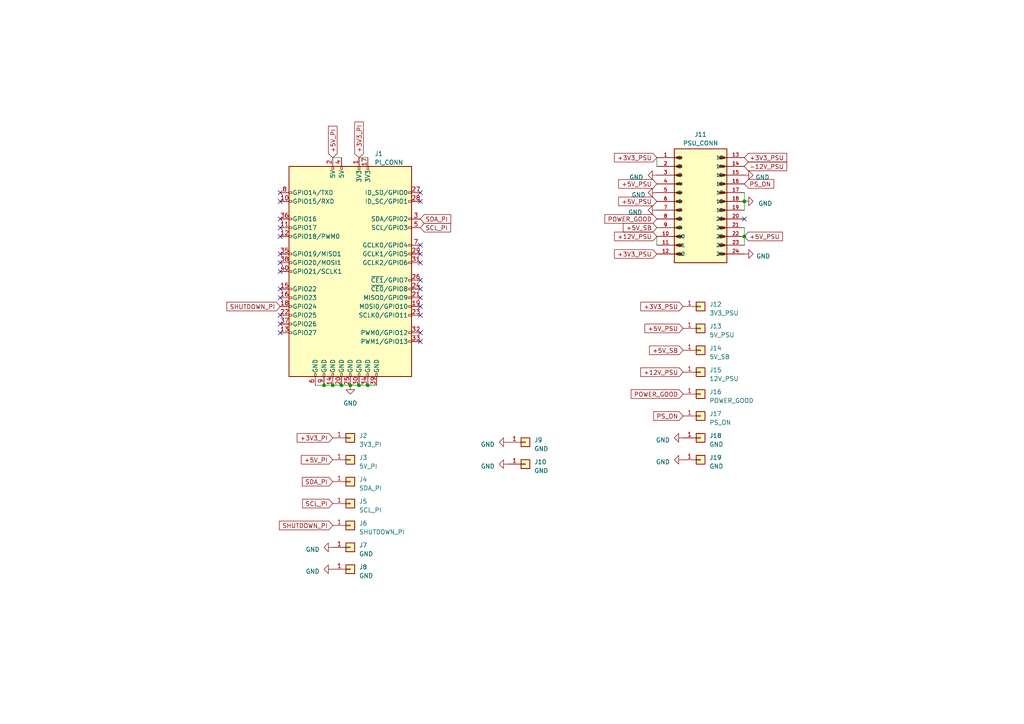
<source format=kicad_sch>
(kicad_sch (version 20230121) (generator eeschema)
  (paper "A4")
  (title_block (title "ATX-PSU-ProtoHAT-0011") (date "2023-05-28") (rev "1.1") (company "(c) 2023 Andriy Golovnya") (comment 1 "ATX PSU Protoboard"))
  (lib_symbols
    (symbol "462071024:462071024" (pin_names (offset 1.016))
      (property "Reference" "J" (at -7.62 16.51 0))
      (property "Value" "462071024" (at -7.62 -20.32 0))
      (symbol "462071024_0_0"
        (rectangle (start -7.62 -17.78) (end 7.62 15.24) (stroke (width 0.254)) (fill (type background)))
        (rectangle (start -6.985 -15.5575) (end -5.3975 -14.9225) (stroke (width 0.1)) (fill (type outline)))
        (rectangle (start -6.985 -13.0175) (end -5.3975 -12.3825) (stroke (width 0.1)) (fill (type outline)))
        (rectangle (start -6.985 -10.4775) (end -5.3975 -9.8425) (stroke (width 0.1)) (fill (type outline)))
        (rectangle (start -6.985 -7.9375) (end -5.3975 -7.3025) (stroke (width 0.1)) (fill (type outline)))
        (rectangle (start -6.985 -5.3975) (end -5.3975 -4.7625) (stroke (width 0.1)) (fill (type outline)))
        (rectangle (start -6.985 -2.8575) (end -5.3975 -2.2225) (stroke (width 0.1)) (fill (type outline)))
        (rectangle (start -6.985 -0.3175) (end -5.3975 0.3175) (stroke (width 0.1)) (fill (type outline)))
        (rectangle (start -6.985 2.2225) (end -5.3975 2.8575) (stroke (width 0.1)) (fill (type outline)))
        (rectangle (start -6.985 4.7625) (end -5.3975 5.3975) (stroke (width 0.1)) (fill (type outline)))
        (rectangle (start -6.985 7.3025) (end -5.3975 7.9375) (stroke (width 0.1)) (fill (type outline)))
        (rectangle (start -6.985 9.8425) (end -5.3975 10.4775) (stroke (width 0.1)) (fill (type outline)))
        (rectangle (start -6.985 12.3825) (end -5.3975 13.0175) (stroke (width 0.1)) (fill (type outline)))
        (polyline (pts (xy -7.62 -15.24) (xy -5.715 -15.24)) (stroke (width 0.254)))
        (polyline (pts (xy -7.62 -12.7) (xy -5.715 -12.7)) (stroke (width 0.254)))
        (polyline (pts (xy -7.62 -10.16) (xy -5.715 -10.16)) (stroke (width 0.254)))
        (polyline (pts (xy -7.62 -7.62) (xy -5.715 -7.62)) (stroke (width 0.254)))
        (polyline (pts (xy -7.62 -5.08) (xy -5.715 -5.08)) (stroke (width 0.254)))
        (polyline (pts (xy -7.62 -2.54) (xy -5.715 -2.54)) (stroke (width 0.254)))
        (polyline (pts (xy -7.62 0) (xy -5.715 0)) (stroke (width 0.254)))
        (polyline (pts (xy -7.62 2.54) (xy -5.715 2.54)) (stroke (width 0.254)))
        (polyline (pts (xy -7.62 5.08) (xy -5.715 5.08)) (stroke (width 0.254)))
        (polyline (pts (xy -7.62 7.62) (xy -5.715 7.62)) (stroke (width 0.254)))
        (polyline (pts (xy -7.62 10.16) (xy -5.715 10.16)) (stroke (width 0.254)))
        (polyline (pts (xy -7.62 12.7) (xy -5.715 12.7)) (stroke (width 0.254)))
        (polyline (pts (xy 7.62 -15.24) (xy 5.715 -15.24)) (stroke (width 0.254)))
        (polyline (pts (xy 7.62 -12.7) (xy 5.715 -12.7)) (stroke (width 0.254)))
        (polyline (pts (xy 7.62 -10.16) (xy 5.715 -10.16)) (stroke (width 0.254)))
        (polyline (pts (xy 7.62 -7.62) (xy 5.715 -7.62)) (stroke (width 0.254)))
        (polyline (pts (xy 7.62 -5.08) (xy 5.715 -5.08)) (stroke (width 0.254)))
        (polyline (pts (xy 7.62 -2.54) (xy 5.715 -2.54)) (stroke (width 0.254)))
        (polyline (pts (xy 7.62 0) (xy 5.715 0)) (stroke (width 0.254)))
        (polyline (pts (xy 7.62 2.54) (xy 5.715 2.54)) (stroke (width 0.254)))
        (polyline (pts (xy 7.62 5.08) (xy 5.715 5.08)) (stroke (width 0.254)))
        (polyline (pts (xy 7.62 7.62) (xy 5.715 7.62)) (stroke (width 0.254)))
        (polyline (pts (xy 7.62 10.16) (xy 5.715 10.16)) (stroke (width 0.254)))
        (polyline (pts (xy 7.62 12.7) (xy 5.715 12.7)) (stroke (width 0.254)))
        (rectangle (start 5.3975 -15.5575) (end 6.985 -14.9225) (stroke (width 0.1)) (fill (type outline)))
        (rectangle (start 5.3975 -13.0175) (end 6.985 -12.3825) (stroke (width 0.1)) (fill (type outline)))
        (rectangle (start 5.3975 -10.4775) (end 6.985 -9.8425) (stroke (width 0.1)) (fill (type outline)))
        (rectangle (start 5.3975 -7.9375) (end 6.985 -7.3025) (stroke (width 0.1)) (fill (type outline)))
        (rectangle (start 5.3975 -5.3975) (end 6.985 -4.7625) (stroke (width 0.1)) (fill (type outline)))
        (rectangle (start 5.3975 -2.8575) (end 6.985 -2.2225) (stroke (width 0.1)) (fill (type outline)))
        (rectangle (start 5.3975 -0.3175) (end 6.985 0.3175) (stroke (width 0.1)) (fill (type outline)))
        (rectangle (start 5.3975 2.2225) (end 6.985 2.8575) (stroke (width 0.1)) (fill (type outline)))
        (rectangle (start 5.3975 4.7625) (end 6.985 5.3975) (stroke (width 0.1)) (fill (type outline)))
        (rectangle (start 5.3975 7.3025) (end 6.985 7.9375) (stroke (width 0.1)) (fill (type outline)))
        (rectangle (start 5.3975 9.8425) (end 6.985 10.4775) (stroke (width 0.1)) (fill (type outline)))
        (rectangle (start 5.3975 12.3825) (end 6.985 13.0175) (stroke (width 0.1)) (fill (type outline)))
        (pin passive line (at -12.7 12.7 0) (length 5.08) (name "1") (number "1"))
        (pin passive line (at -12.7 -10.16 0) (length 5.08) (name "10") (number "10"))
        (pin passive line (at -12.7 -12.7 0) (length 5.08) (name "11") (number "11"))
        (pin passive line (at -12.7 -15.24 0) (length 5.08) (name "12") (number "12"))
        (pin passive line (at 12.7 12.7 180) (length 5.08) (name "13") (number "13"))
        (pin passive line (at 12.7 10.16 180) (length 5.08) (name "14") (number "14"))
        (pin passive line (at 12.7 7.62 180) (length 5.08) (name "15") (number "15"))
        (pin passive line (at 12.7 5.08 180) (length 5.08) (name "16") (number "16"))
        (pin passive line (at 12.7 2.54 180) (length 5.08) (name "17") (number "17"))
        (pin passive line (at 12.7 0 180) (length 5.08) (name "18") (number "18"))
        (pin passive line (at 12.7 -2.54 180) (length 5.08) (name "19") (number "19"))
        (pin passive line (at -12.7 10.16 0) (length 5.08) (name "2") (number "2"))
        (pin passive line (at 12.7 -5.08 180) (length 5.08) (name "20") (number "20"))
        (pin passive line (at 12.7 -7.62 180) (length 5.08) (name "21") (number "21"))
        (pin passive line (at 12.7 -10.16 180) (length 5.08) (name "22") (number "22"))
        (pin passive line (at 12.7 -12.7 180) (length 5.08) (name "23") (number "23"))
        (pin passive line (at 12.7 -15.24 180) (length 5.08) (name "24") (number "24"))
        (pin passive line (at -12.7 7.62 0) (length 5.08) (name "3") (number "3"))
        (pin passive line (at -12.7 5.08 0) (length 5.08) (name "4") (number "4"))
        (pin passive line (at -12.7 2.54 0) (length 5.08) (name "5") (number "5"))
        (pin passive line (at -12.7 0 0) (length 5.08) (name "6") (number "6"))
        (pin passive line (at -12.7 -2.54 0) (length 5.08) (name "7") (number "7"))
        (pin passive line (at -12.7 -5.08 0) (length 5.08) (name "8") (number "8"))
        (pin passive line (at -12.7 -7.62 0) (length 5.08) (name "9") (number "9"))
      )
    )
    (symbol "Connector:Raspberry_Pi_2_3" (pin_names (offset 1.016))
      (property "Reference" "J" (at -17.78 31.75 0))
      (property "Value" "Raspberry_Pi_2_3" (at 10.16 -31.75 0))
      (symbol "Raspberry_Pi_2_3_0_1"
        (rectangle (start -17.78 30.48) (end 17.78 -30.48) (stroke (width 0.254)) (fill (type background)))
      )
      (symbol "Raspberry_Pi_2_3_1_1"
        (rectangle (start -16.891 -17.526) (end -17.78 -18.034))
        (rectangle (start -16.891 -14.986) (end -17.78 -15.494))
        (rectangle (start -16.891 -12.446) (end -17.78 -12.954))
        (rectangle (start -16.891 -9.906) (end -17.78 -10.414))
        (rectangle (start -16.891 -7.366) (end -17.78 -7.874))
        (rectangle (start -16.891 -4.826) (end -17.78 -5.334))
        (rectangle (start -16.891 0.254) (end -17.78 -0.254))
        (rectangle (start -16.891 2.794) (end -17.78 2.286))
        (rectangle (start -16.891 5.334) (end -17.78 4.826))
        (rectangle (start -16.891 10.414) (end -17.78 9.906))
        (rectangle (start -16.891 12.954) (end -17.78 12.446))
        (rectangle (start -16.891 15.494) (end -17.78 14.986))
        (rectangle (start -16.891 20.574) (end -17.78 20.066))
        (rectangle (start -16.891 23.114) (end -17.78 22.606))
        (rectangle (start -10.414 -29.591) (end -9.906 -30.48))
        (rectangle (start -7.874 -29.591) (end -7.366 -30.48))
        (rectangle (start -5.334 -29.591) (end -4.826 -30.48))
        (rectangle (start -5.334 30.48) (end -4.826 29.591))
        (rectangle (start -2.794 -29.591) (end -2.286 -30.48))
        (rectangle (start -2.794 30.48) (end -2.286 29.591))
        (rectangle (start -0.254 -29.591) (end 0.254 -30.48))
        (rectangle (start 2.286 -29.591) (end 2.794 -30.48))
        (rectangle (start 2.286 30.48) (end 2.794 29.591))
        (rectangle (start 4.826 -29.591) (end 5.334 -30.48))
        (rectangle (start 4.826 30.48) (end 5.334 29.591))
        (rectangle (start 7.366 -29.591) (end 7.874 -30.48))
        (rectangle (start 17.78 -20.066) (end 16.891 -20.574))
        (rectangle (start 17.78 -17.526) (end 16.891 -18.034))
        (rectangle (start 17.78 -12.446) (end 16.891 -12.954))
        (rectangle (start 17.78 -9.906) (end 16.891 -10.414))
        (rectangle (start 17.78 -7.366) (end 16.891 -7.874))
        (rectangle (start 17.78 -4.826) (end 16.891 -5.334))
        (rectangle (start 17.78 -2.286) (end 16.891 -2.794))
        (rectangle (start 17.78 2.794) (end 16.891 2.286))
        (rectangle (start 17.78 5.334) (end 16.891 4.826))
        (rectangle (start 17.78 7.874) (end 16.891 7.366))
        (rectangle (start 17.78 12.954) (end 16.891 12.446))
        (rectangle (start 17.78 15.494) (end 16.891 14.986))
        (rectangle (start 17.78 20.574) (end 16.891 20.066))
        (rectangle (start 17.78 23.114) (end 16.891 22.606))
        (pin power_in line (at 2.54 33.02 270) (length 2.54) (name "3V3") (number "1"))
        (pin bidirectional line (at -20.32 20.32 0) (length 2.54) (name "GPIO15/RXD") (number "10"))
        (pin bidirectional line (at -20.32 12.7 0) (length 2.54) (name "GPIO17") (number "11"))
        (pin bidirectional line (at -20.32 10.16 0) (length 2.54) (name "GPIO18/PWM0") (number "12"))
        (pin bidirectional line (at -20.32 -17.78 0) (length 2.54) (name "GPIO27") (number "13"))
        (pin power_in line (at -5.08 -33.02 90) (length 2.54) (name "GND") (number "14"))
        (pin bidirectional line (at -20.32 -5.08 0) (length 2.54) (name "GPIO22") (number "15"))
        (pin bidirectional line (at -20.32 -7.62 0) (length 2.54) (name "GPIO23") (number "16"))
        (pin power_in line (at 5.08 33.02 270) (length 2.54) (name "3V3") (number "17"))
        (pin bidirectional line (at -20.32 -10.16 0) (length 2.54) (name "GPIO24") (number "18"))
        (pin bidirectional line (at 20.32 -10.16 180) (length 2.54) (name "MOSI0/GPIO10") (number "19"))
        (pin power_in line (at -5.08 33.02 270) (length 2.54) (name "5V") (number "2"))
        (pin power_in line (at -2.54 -33.02 90) (length 2.54) (name "GND") (number "20"))
        (pin bidirectional line (at 20.32 -7.62 180) (length 2.54) (name "MISO0/GPIO9") (number "21"))
        (pin bidirectional line (at -20.32 -12.7 0) (length 2.54) (name "GPIO25") (number "22"))
        (pin bidirectional line (at 20.32 -12.7 180) (length 2.54) (name "SCLK0/GPIO11") (number "23"))
        (pin bidirectional line (at 20.32 -5.08 180) (length 2.54) (name "~{CE0}/GPIO8") (number "24"))
        (pin power_in line (at 0 -33.02 90) (length 2.54) (name "GND") (number "25"))
        (pin bidirectional line (at 20.32 -2.54 180) (length 2.54) (name "~{CE1}/GPIO7") (number "26"))
        (pin bidirectional line (at 20.32 22.86 180) (length 2.54) (name "ID_SD/GPIO0") (number "27"))
        (pin bidirectional line (at 20.32 20.32 180) (length 2.54) (name "ID_SC/GPIO1") (number "28"))
        (pin bidirectional line (at 20.32 5.08 180) (length 2.54) (name "GCLK1/GPIO5") (number "29"))
        (pin bidirectional line (at 20.32 15.24 180) (length 2.54) (name "SDA/GPIO2") (number "3"))
        (pin power_in line (at 2.54 -33.02 90) (length 2.54) (name "GND") (number "30"))
        (pin bidirectional line (at 20.32 2.54 180) (length 2.54) (name "GCLK2/GPIO6") (number "31"))
        (pin bidirectional line (at 20.32 -17.78 180) (length 2.54) (name "PWM0/GPIO12") (number "32"))
        (pin bidirectional line (at 20.32 -20.32 180) (length 2.54) (name "PWM1/GPIO13") (number "33"))
        (pin power_in line (at 5.08 -33.02 90) (length 2.54) (name "GND") (number "34"))
        (pin bidirectional line (at -20.32 5.08 0) (length 2.54) (name "GPIO19/MISO1") (number "35"))
        (pin bidirectional line (at -20.32 15.24 0) (length 2.54) (name "GPIO16") (number "36"))
        (pin bidirectional line (at -20.32 -15.24 0) (length 2.54) (name "GPIO26") (number "37"))
        (pin bidirectional line (at -20.32 2.54 0) (length 2.54) (name "GPIO20/MOSI1") (number "38"))
        (pin power_in line (at 7.62 -33.02 90) (length 2.54) (name "GND") (number "39"))
        (pin power_in line (at -2.54 33.02 270) (length 2.54) (name "5V") (number "4"))
        (pin bidirectional line (at -20.32 0 0) (length 2.54) (name "GPIO21/SCLK1") (number "40"))
        (pin bidirectional line (at 20.32 12.7 180) (length 2.54) (name "SCL/GPIO3") (number "5"))
        (pin power_in line (at -10.16 -33.02 90) (length 2.54) (name "GND") (number "6"))
        (pin bidirectional line (at 20.32 7.62 180) (length 2.54) (name "GCLK0/GPIO4") (number "7"))
        (pin bidirectional line (at -20.32 22.86 0) (length 2.54) (name "GPIO14/TXD") (number "8"))
        (pin power_in line (at -7.62 -33.02 90) (length 2.54) (name "GND") (number "9"))
      )
    )
    (symbol "Connector_Generic:Conn_01x01" (pin_names (offset 1.016) hide)
      (property "Reference" "J" (at 0 2.54 0))
      (property "Value" "Conn_01x01" (at 0 -2.54 0))
      (symbol "Conn_01x01_1_1"
        (rectangle (start -1.27 0.127) (end 0 -0.127) (stroke (width 0.1524)))
        (rectangle (start -1.27 1.27) (end 1.27 -1.27) (stroke (width 0.254)) (fill (type background)))
        (pin passive line (at -5.08 0 0) (length 3.81) (name "Pin_1") (number "1"))
      )
    )
    (symbol "power:GND" (power) (pin_names (offset 0))
      (property "Value" "GND" (at 0 -3.81 0))
      (symbol "GND_0_1"
        (polyline (pts (xy 0 0) (xy 0 -1.27) (xy 1.27 -1.27) (xy 0 -2.54) (xy -1.27 -1.27) (xy 0 -1.27)))
      )
      (symbol "GND_1_1"
        (pin power_in line (at 0 0 270) (length 0) hide (name "GND") (number "1"))
      )
    )
  )
  (junction (at 96.52 111.76))
  (junction (at 106.68 111.76))
  (junction (at 215.9 68.58))
  (junction (at 99.06 111.76))
  (junction (at 215.9 58.3853))
  (junction (at 101.6 111.76))
  (junction (at 93.98 111.76))
  (junction (at 215.9 58.42))
  (junction (at 104.14 111.76))
  (no_connect (at 81.28 86.36))
  (no_connect (at 81.28 63.5))
  (no_connect (at 121.92 96.52))
  (no_connect (at 81.28 66.04))
  (no_connect (at 81.28 73.66))
  (no_connect (at 81.28 58.42))
  (no_connect (at 121.92 55.88))
  (no_connect (at 121.92 83.82))
  (no_connect (at 121.92 99.06))
  (no_connect (at 81.28 91.44))
  (no_connect (at 121.92 86.36))
  (no_connect (at 121.92 88.9))
  (no_connect (at 81.28 78.74))
  (no_connect (at 81.28 76.2))
  (no_connect (at 81.28 68.58))
  (no_connect (at 81.28 83.82))
  (no_connect (at 121.92 73.66))
  (no_connect (at 121.92 91.44))
  (no_connect (at 121.92 58.42))
  (no_connect (at 121.92 81.28))
  (no_connect (at 121.92 76.2))
  (no_connect (at 81.28 55.88))
  (no_connect (at 121.92 71.12))
  (no_connect (at 81.28 93.98))
  (no_connect (at 215.9 63.5))
  (no_connect (at 81.28 96.52))
  (wire (pts (xy 96.52 111.76) (xy 99.06 111.76)))
  (wire (pts (xy 104.14 111.76) (xy 106.68 111.76)))
  (wire (pts (xy 215.9 58.42) (xy 215.9 60.96)))
  (wire (pts (xy 91.44 111.76) (xy 93.98 111.76)))
  (wire (pts (xy 215.9 68.58) (xy 215.9 71.12)))
  (wire (pts (xy 93.98 111.76) (xy 96.52 111.76)))
  (wire (pts (xy 215.9 55.88) (xy 215.9 58.3853)))
  (wire (pts (xy 215.9 66.04) (xy 215.9 68.58)))
  (wire (pts (xy 190.5 45.72) (xy 190.5 48.26)))
  (wire (pts (xy 215.9 58.3853) (xy 215.9 58.42)))
  (wire (pts (xy 99.06 111.76) (xy 101.6 111.76)))
  (wire (pts (xy 101.6 111.76) (xy 104.14 111.76)))
  (wire (pts (xy 190.5 68.58) (xy 190.5 71.12)))
  (wire (pts (xy 104.14 45.72) (xy 106.68 45.72)))
  (wire (pts (xy 96.52 45.72) (xy 99.06 45.72)))
  (wire (pts (xy 106.68 111.76) (xy 109.22 111.76)))
  (global_label "POWER_GOOD" (shape input) (at 190.5 63.5 180) (property "Intersheetrefs" "${INTERSHEET_REFS}" (effects hide)))
  (global_label "+5V_PSU" (shape input) (at 190.5 58.42 180) (property "Intersheetrefs" "${INTERSHEET_REFS}" (effects hide)))
  (global_label "SHUTDOWN_PI" (shape input) (at 96.52 152.4 180) (property "Intersheetrefs" "${INTERSHEET_REFS}" (effects hide)))
  (global_label "+12V_PSU" (shape input) (at 190.5 68.58 180) (property "Intersheetrefs" "${INTERSHEET_REFS}" (effects hide)))
  (global_label "+5V_PSU" (shape input) (at 198.12 95.25 180) (property "Intersheetrefs" "${INTERSHEET_REFS}" (effects hide)))
  (global_label "+5V_PI" (shape input) (at 96.52 45.72 90) (property "Intersheetrefs" "${INTERSHEET_REFS}" (effects hide)))
  (global_label "SDA_PI" (shape input) (at 121.92 63.5 0) (property "Intersheetrefs" "${INTERSHEET_REFS}" (effects hide)))
  (global_label "SCL_PI" (shape input) (at 121.92 66.04 0) (property "Intersheetrefs" "${INTERSHEET_REFS}" (effects hide)))
  (global_label "+12V_PSU" (shape input) (at 198.12 107.95 180) (property "Intersheetrefs" "${INTERSHEET_REFS}" (effects hide)))
  (global_label "SCL_PI" (shape input) (at 96.52 146.05 180) (property "Intersheetrefs" "${INTERSHEET_REFS}" (effects hide)))
  (global_label "+3V3_PSU" (shape input) (at 215.9 45.72 0) (property "Intersheetrefs" "${INTERSHEET_REFS}" (effects hide)))
  (global_label "+5V_PI" (shape input) (at 96.52 133.35 180) (property "Intersheetrefs" "${INTERSHEET_REFS}" (effects hide)))
  (global_label "SHUTDOWN_PI" (shape input) (at 81.28 88.9 180) (property "Intersheetrefs" "${INTERSHEET_REFS}" (effects hide)))
  (global_label "+5V_PSU" (shape input) (at 190.5 53.34 180) (property "Intersheetrefs" "${INTERSHEET_REFS}" (effects hide)))
  (global_label "PS_ON" (shape input) (at 215.9 53.34 0) (property "Intersheetrefs" "${INTERSHEET_REFS}" (effects hide)))
  (global_label "+3V3_PI" (shape input) (at 96.52 127 180) (property "Intersheetrefs" "${INTERSHEET_REFS}" (effects hide)))
  (global_label "SDA_PI" (shape input) (at 96.52 139.7 180) (property "Intersheetrefs" "${INTERSHEET_REFS}" (effects hide)))
  (global_label "POWER_GOOD" (shape input) (at 198.12 114.3 180) (property "Intersheetrefs" "${INTERSHEET_REFS}" (effects hide)))
  (global_label "PS_ON" (shape input) (at 198.12 120.65 180) (property "Intersheetrefs" "${INTERSHEET_REFS}" (effects hide)))
  (global_label "+5V_SB" (shape input) (at 190.5 66.04 180) (property "Intersheetrefs" "${INTERSHEET_REFS}" (effects hide)))
  (global_label "+3V3_PI" (shape input) (at 104.14 45.72 90) (property "Intersheetrefs" "${INTERSHEET_REFS}" (effects hide)))
  (global_label "+5V_PSU" (shape input) (at 215.9 68.58 0) (property "Intersheetrefs" "${INTERSHEET_REFS}" (effects hide)))
  (global_label "+5V_SB" (shape input) (at 198.12 101.6 180) (property "Intersheetrefs" "${INTERSHEET_REFS}" (effects hide)))
  (global_label "+3V3_PSU" (shape input) (at 198.12 88.9 180) (property "Intersheetrefs" "${INTERSHEET_REFS}" (effects hide)))
  (global_label "+3V3_PSU" (shape input) (at 190.5 45.72 180) (property "Intersheetrefs" "${INTERSHEET_REFS}" (effects hide)))
  (global_label "-12V_PSU" (shape input) (at 215.9 48.26 0) (property "Intersheetrefs" "${INTERSHEET_REFS}" (effects hide)))
  (global_label "+3V3_PSU" (shape input) (at 190.5 73.66 180) (property "Intersheetrefs" "${INTERSHEET_REFS}" (effects hide)))
  (symbol (lib_id "power:GND") (at 101.6 111.76 0) (unit 1)
    (property "Reference" "#PWR03" (effects hide))
    (property "Value" "GND" (at 101.6 116.967 0))
  )
  (symbol (lib_id "power:GND") (at 190.5 55.88 270) (unit 1)
    (property "Reference" "#PWR07" (effects hide))
    (property "Value" "GND" (at 187.2488 56.515 90) (effects (justify right)))
  )
  (symbol (lib_id "power:GND") (at 147.32 134.62 270) (unit 1)
    (property "Reference" "#PWR05" (effects hide))
    (property "Value" "GND" (at 143.51 135.255 90) (effects (justify right)))
  )
  (symbol (lib_id "power:GND") (at 190.5 60.96 270) (unit 1)
    (property "Reference" "#PWR08" (effects hide))
    (property "Value" "GND" (at 186.2836 61.595 90) (effects (justify right)))
  )
  (symbol (lib_id "power:GND") (at 198.12 127 270) (unit 1)
    (property "Reference" "#PWR09" (effects hide))
    (property "Value" "GND" (at 194.31 127.635 90) (effects (justify right)))
  )
  (symbol (lib_id "power:GND") (at 96.52 165.1 270) (unit 1)
    (property "Reference" "#PWR02" (effects hide))
    (property "Value" "GND" (at 92.71 165.735 90) (effects (justify right)))
  )
  (symbol (lib_id "Connector_Generic:Conn_01x01") (at 152.4 128.27 0) (unit 1)
    (property "Reference" "J9" (at 154.94 127.635 0) (effects (justify left)))
    (property "Value" "GND" (at 154.94 130.175 0) (effects (justify left)))
    (property "Footprint" "Connector_PinHeader_2.54mm:PinHeader_1x01_P2.54mm_Vertical" (effects hide))
  )
  (symbol (lib_id "Connector:Raspberry_Pi_2_3") (at 101.6 78.74 0) (unit 1)
    (property "Reference" "J1" (at 108.6359 44.577 0) (effects (justify left)))
    (property "Value" "PI_CONN" (at 108.6359 47.117 0) (effects (justify left)))
    (property "Footprint" "Connector_PinSocket_2.54mm:PinSocket_2x20_P2.54mm_Vertical" (effects hide))
    (property "Datasheet" "https://www.raspberrypi.org/documentation/hardware/raspberrypi/schematics/rpi_SCH_3bplus_1p0_reduced.pdf" (effects hide))
  )
  (symbol (lib_id "Connector_Generic:Conn_01x01") (at 203.2 133.35 0) (unit 1)
    (property "Reference" "J19" (at 205.74 132.715 0) (effects (justify left)))
    (property "Value" "GND" (at 205.74 135.255 0) (effects (justify left)))
    (property "Footprint" "Connector_PinHeader_2.54mm:PinHeader_1x01_P2.54mm_Vertical" (effects hide))
  )
  (symbol (lib_id "Connector_Generic:Conn_01x01") (at 101.6 158.75 0) (unit 1)
    (property "Reference" "J7" (at 104.14 158.115 0) (effects (justify left)))
    (property "Value" "GND" (at 104.14 160.655 0) (effects (justify left)))
    (property "Footprint" "Connector_PinHeader_2.54mm:PinHeader_1x01_P2.54mm_Vertical" (effects hide))
  )
  (symbol (lib_id "power:GND") (at 198.12 133.35 270) (unit 1)
    (property "Reference" "#PWR010" (effects hide))
    (property "Value" "GND" (at 194.31 133.985 90) (effects (justify right)))
  )
  (symbol (lib_id "Connector_Generic:Conn_01x01") (at 101.6 139.7 0) (unit 1)
    (property "Reference" "J4" (at 104.14 139.065 0) (effects (justify left)))
    (property "Value" "SDA_PI" (at 104.14 141.605 0) (effects (justify left)))
    (property "Footprint" "Connector_PinHeader_2.54mm:PinHeader_1x01_P2.54mm_Vertical" (effects hide))
  )
  (symbol (lib_id "power:GND") (at 190.5 50.8 270) (unit 1)
    (property "Reference" "#PWR06" (effects hide))
    (property "Value" "GND" (at 186.5884 51.435 90) (effects (justify right)))
  )
  (symbol (lib_id "Connector_Generic:Conn_01x01") (at 203.2 120.65 0) (unit 1)
    (property "Reference" "J17" (at 205.74 120.015 0) (effects (justify left)))
    (property "Value" "PS_ON" (at 205.74 122.555 0) (effects (justify left)))
    (property "Footprint" "Connector_PinHeader_2.54mm:PinHeader_1x01_P2.54mm_Vertical" (effects hide))
  )
  (symbol (lib_id "Connector_Generic:Conn_01x01") (at 203.2 107.95 0) (unit 1)
    (property "Reference" "J15" (at 205.74 107.315 0) (effects (justify left)))
    (property "Value" "12V_PSU" (at 205.74 109.855 0) (effects (justify left)))
    (property "Footprint" "Connector_PinHeader_2.54mm:PinHeader_1x01_P2.54mm_Vertical" (effects hide))
  )
  (symbol (lib_id "power:GND") (at 215.9 58.3853 90) (unit 1)
    (property "Reference" "#PWR012" (effects hide))
    (property "Value" "GND" (at 219.9132 59.0203 90) (effects (justify right)))
  )
  (symbol (lib_id "Connector_Generic:Conn_01x01") (at 101.6 165.1 0) (unit 1)
    (property "Reference" "J8" (at 104.14 164.465 0) (effects (justify left)))
    (property "Value" "GND" (at 104.14 167.005 0) (effects (justify left)))
    (property "Footprint" "Connector_PinHeader_2.54mm:PinHeader_1x01_P2.54mm_Vertical" (effects hide))
  )
  (symbol (lib_id "Connector_Generic:Conn_01x01") (at 101.6 146.05 0) (unit 1)
    (property "Reference" "J5" (at 104.14 145.415 0) (effects (justify left)))
    (property "Value" "SCL_PI" (at 104.14 147.955 0) (effects (justify left)))
    (property "Footprint" "Connector_PinHeader_2.54mm:PinHeader_1x01_P2.54mm_Vertical" (effects hide))
  )
  (symbol (lib_id "462071024:462071024") (at 203.2 58.42 0) (unit 1)
    (property "Reference" "J11" (at 203.2 38.989 0))
    (property "Value" "PSU_CONN" (at 203.2 41.529 0))
    (property "Footprint" "ATX-PSU-ProtoHAT:MOLEX_462071024" (effects hide))
    (property "MAXIMUM_PACKAGE_HEIGHT" "13.60mm" (effects hide))
    (property "PARTREV" "C5" (effects hide))
    (property "MANUFACTURER" "Molex" (effects hide))
    (property "STANDARD" "Manufacturer Recommendations" (effects hide))
  )
  (symbol (lib_id "Connector_Generic:Conn_01x01") (at 203.2 88.9 0) (unit 1)
    (property "Reference" "J12" (at 205.74 88.265 0) (effects (justify left)))
    (property "Value" "3V3_PSU" (at 205.74 90.805 0) (effects (justify left)))
    (property "Footprint" "Connector_PinHeader_2.54mm:PinHeader_1x01_P2.54mm_Vertical" (effects hide))
  )
  (symbol (lib_id "Connector_Generic:Conn_01x01") (at 203.2 101.6 0) (unit 1)
    (property "Reference" "J14" (at 205.74 100.965 0) (effects (justify left)))
    (property "Value" "5V_SB" (at 205.74 103.505 0) (effects (justify left)))
    (property "Footprint" "Connector_PinHeader_2.54mm:PinHeader_1x01_P2.54mm_Vertical" (effects hide))
  )
  (symbol (lib_id "power:GND") (at 215.9 50.8 90) (unit 1)
    (property "Reference" "#PWR011" (effects hide))
    (property "Value" "GND" (at 219.1004 51.435 90) (effects (justify right)))
  )
  (symbol (lib_id "power:GND") (at 96.52 158.75 270) (unit 1)
    (property "Reference" "#PWR01" (effects hide))
    (property "Value" "GND" (at 92.71 159.385 90) (effects (justify right)))
  )
  (symbol (lib_id "Connector_Generic:Conn_01x01") (at 101.6 152.4 0) (unit 1)
    (property "Reference" "J6" (at 104.14 151.765 0) (effects (justify left)))
    (property "Value" "SHUTDOWN_PI" (at 104.14 154.305 0) (effects (justify left)))
    (property "Footprint" "Connector_PinHeader_2.54mm:PinHeader_1x01_P2.54mm_Vertical" (effects hide))
  )
  (symbol (lib_id "Connector_Generic:Conn_01x01") (at 101.6 127 0) (unit 1)
    (property "Reference" "J2" (at 104.14 126.365 0) (effects (justify left)))
    (property "Value" "3V3_PI" (at 104.14 128.905 0) (effects (justify left)))
    (property "Footprint" "Connector_PinHeader_2.54mm:PinHeader_1x01_P2.54mm_Vertical" (effects hide))
  )
  (symbol (lib_id "Connector_Generic:Conn_01x01") (at 203.2 95.25 0) (unit 1)
    (property "Reference" "J13" (at 205.74 94.615 0) (effects (justify left)))
    (property "Value" "5V_PSU" (at 205.74 97.155 0) (effects (justify left)))
    (property "Footprint" "Connector_PinHeader_2.54mm:PinHeader_1x01_P2.54mm_Vertical" (effects hide))
  )
  (symbol (lib_id "power:GND") (at 215.9 73.66 90) (unit 1)
    (property "Reference" "#PWR013" (effects hide))
    (property "Value" "GND" (at 219.3036 74.295 90) (effects (justify right)))
  )
  (symbol (lib_id "Connector_Generic:Conn_01x01") (at 101.6 133.35 0) (unit 1)
    (property "Reference" "J3" (at 104.14 132.715 0) (effects (justify left)))
    (property "Value" "5V_PI" (at 104.14 135.255 0) (effects (justify left)))
    (property "Footprint" "Connector_PinHeader_2.54mm:PinHeader_1x01_P2.54mm_Vertical" (effects hide))
  )
  (symbol (lib_id "power:GND") (at 147.32 128.27 270) (unit 1)
    (property "Reference" "#PWR04" (effects hide))
    (property "Value" "GND" (at 143.51 128.905 90) (effects (justify right)))
  )
  (symbol (lib_id "Connector_Generic:Conn_01x01") (at 203.2 114.3 0) (unit 1)
    (property "Reference" "J16" (at 205.74 113.665 0) (effects (justify left)))
    (property "Value" "POWER_GOOD" (at 205.74 116.205 0) (effects (justify left)))
    (property "Footprint" "Connector_PinHeader_2.54mm:PinHeader_1x01_P2.54mm_Vertical" (effects hide))
  )
  (symbol (lib_id "Connector_Generic:Conn_01x01") (at 152.4 134.62 0) (unit 1)
    (property "Reference" "J10" (at 154.94 133.985 0) (effects (justify left)))
    (property "Value" "GND" (at 154.94 136.525 0) (effects (justify left)))
    (property "Footprint" "Connector_PinHeader_2.54mm:PinHeader_1x01_P2.54mm_Vertical" (effects hide))
  )
  (symbol (lib_id "Connector_Generic:Conn_01x01") (at 203.2 127 0) (unit 1)
    (property "Reference" "J18" (at 205.74 126.365 0) (effects (justify left)))
    (property "Value" "GND" (at 205.74 128.905 0) (effects (justify left)))
    (property "Footprint" "Connector_PinHeader_2.54mm:PinHeader_1x01_P2.54mm_Vertical" (effects hide))
  )
)
</source>
